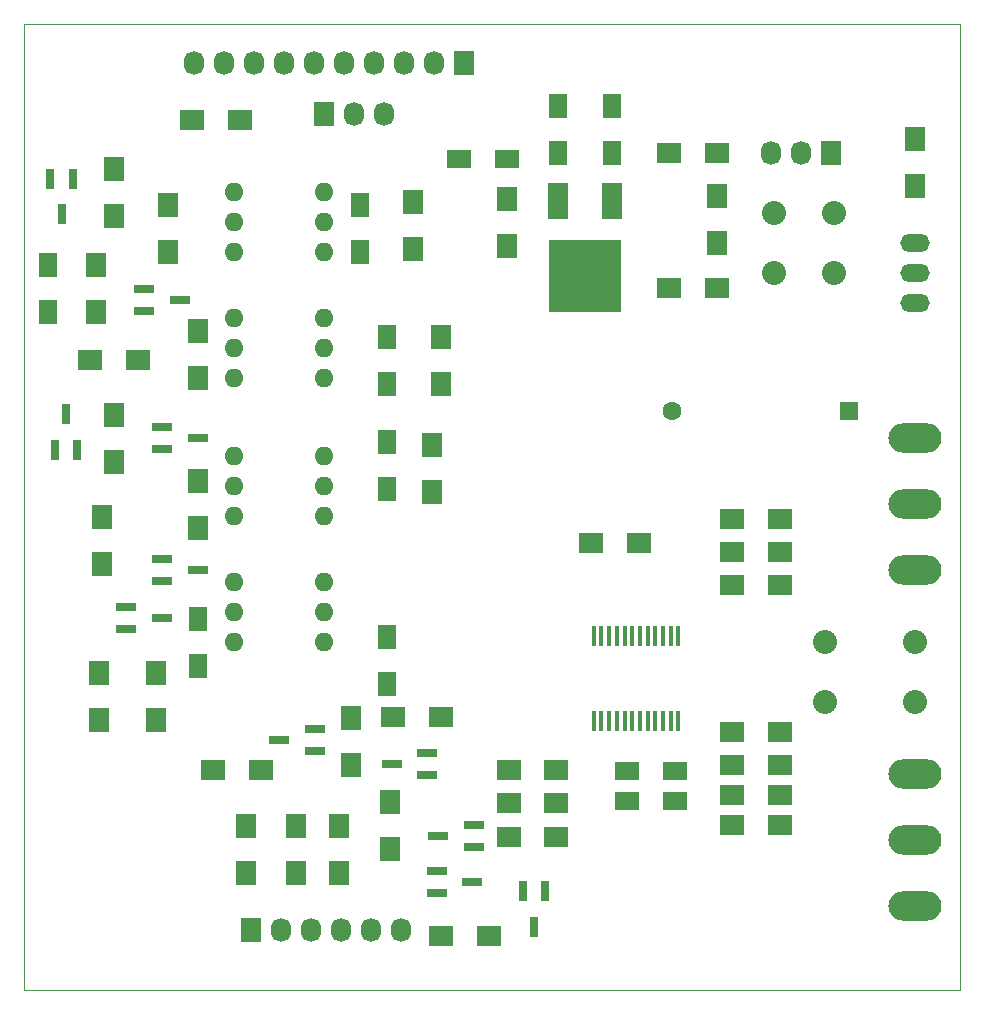
<source format=gbr>
G04 #@! TF.FileFunction,Soldermask,Top*
%FSLAX46Y46*%
G04 Gerber Fmt 4.6, Leading zero omitted, Abs format (unit mm)*
G04 Created by KiCad (PCBNEW (after 2015-mar-04 BZR unknown)-product) date 26/07/2015 13:07:27*
%MOMM*%
G01*
G04 APERTURE LIST*
%ADD10C,0.100000*%
%ADD11C,2.032000*%
%ADD12O,2.032000X2.032000*%
%ADD13R,0.800100X1.800860*%
%ADD14R,1.600000X2.000000*%
%ADD15R,2.000000X1.600000*%
%ADD16R,2.000000X1.700000*%
%ADD17R,1.700000X2.000000*%
%ADD18R,1.727200X2.032000*%
%ADD19O,1.727200X2.032000*%
%ADD20O,4.500880X2.499360*%
%ADD21O,2.499360X1.501140*%
%ADD22R,0.450000X1.750000*%
%ADD23O,1.600000X1.600000*%
%ADD24R,1.800860X0.800100*%
%ADD25R,1.651000X3.048000*%
%ADD26R,6.096000X6.096000*%
%ADD27R,1.600000X1.600000*%
%ADD28C,1.600000*%
G04 APERTURE END LIST*
D10*
X106172000Y-34036000D02*
X106172000Y-115824000D01*
X185420000Y-34036000D02*
X106172000Y-34036000D01*
X185420000Y-115824000D02*
X185420000Y-34036000D01*
X106172000Y-115824000D02*
X185420000Y-115824000D01*
D11*
X174752000Y-55118000D03*
X174752000Y-50038000D03*
D12*
X169672000Y-55118000D03*
X169672000Y-50038000D03*
D13*
X110297000Y-47139860D03*
X108397000Y-47139860D03*
X109347000Y-50142140D03*
D11*
X181610000Y-91440000D03*
D12*
X173990000Y-91440000D03*
D11*
X181610000Y-86360000D03*
D12*
X173990000Y-86360000D03*
D14*
X151384000Y-44926000D03*
X151384000Y-40926000D03*
X155956000Y-44926000D03*
X155956000Y-40926000D03*
D15*
X147034000Y-45466000D03*
X143034000Y-45466000D03*
D14*
X108204000Y-54388000D03*
X108204000Y-58388000D03*
D15*
X157258000Y-99822000D03*
X161258000Y-99822000D03*
X157258000Y-97282000D03*
X161258000Y-97282000D03*
D14*
X134620000Y-53308000D03*
X134620000Y-49308000D03*
X136906000Y-64484000D03*
X136906000Y-60484000D03*
X136906000Y-73374000D03*
X136906000Y-69374000D03*
X120904000Y-84360000D03*
X120904000Y-88360000D03*
D16*
X124428000Y-42164000D03*
X120428000Y-42164000D03*
D17*
X147066000Y-48800000D03*
X147066000Y-52800000D03*
D18*
X143383000Y-37338000D03*
D19*
X140843000Y-37338000D03*
X138303000Y-37338000D03*
X135763000Y-37338000D03*
X133223000Y-37338000D03*
X130683000Y-37338000D03*
X128143000Y-37338000D03*
X125603000Y-37338000D03*
X123063000Y-37338000D03*
X120523000Y-37338000D03*
D18*
X174498000Y-44958000D03*
D19*
X171958000Y-44958000D03*
X169418000Y-44958000D03*
D18*
X131572000Y-41656000D03*
D19*
X134112000Y-41656000D03*
X136652000Y-41656000D03*
D18*
X125349000Y-110744000D03*
D19*
X127889000Y-110744000D03*
X130429000Y-110744000D03*
X132969000Y-110744000D03*
X135509000Y-110744000D03*
X138049000Y-110744000D03*
D20*
X181610000Y-74676000D03*
X181610000Y-69088000D03*
X181610000Y-80264000D03*
X181610000Y-103124000D03*
X181610000Y-97536000D03*
X181610000Y-108712000D03*
D21*
X181610000Y-55118000D03*
X181610000Y-52578000D03*
X181610000Y-57658000D03*
D16*
X164814000Y-44958000D03*
X160814000Y-44958000D03*
X164814000Y-56388000D03*
X160814000Y-56388000D03*
X147225000Y-97155000D03*
X151225000Y-97155000D03*
D17*
X164846000Y-52546000D03*
X164846000Y-48546000D03*
D16*
X137446000Y-92710000D03*
X141446000Y-92710000D03*
D17*
X113792000Y-50260000D03*
X113792000Y-46260000D03*
D16*
X111792000Y-62484000D03*
X115792000Y-62484000D03*
D17*
X112776000Y-79724000D03*
X112776000Y-75724000D03*
X112268000Y-58388000D03*
X112268000Y-54388000D03*
X113792000Y-71088000D03*
X113792000Y-67088000D03*
X112522000Y-92932000D03*
X112522000Y-88932000D03*
D16*
X147225000Y-99949000D03*
X151225000Y-99949000D03*
D17*
X118364000Y-49308000D03*
X118364000Y-53308000D03*
X120904000Y-59976000D03*
X120904000Y-63976000D03*
X120904000Y-72676000D03*
X120904000Y-76676000D03*
X133858000Y-92742000D03*
X133858000Y-96742000D03*
D16*
X122206000Y-97155000D03*
X126206000Y-97155000D03*
D17*
X139065000Y-53054000D03*
X139065000Y-49054000D03*
X141478000Y-64484000D03*
X141478000Y-60484000D03*
X140716000Y-73628000D03*
X140716000Y-69628000D03*
X117348000Y-88932000D03*
X117348000Y-92932000D03*
D16*
X154210000Y-77978000D03*
X158210000Y-77978000D03*
X170148000Y-75946000D03*
X166148000Y-75946000D03*
X170148000Y-78740000D03*
X166148000Y-78740000D03*
X170148000Y-81534000D03*
X166148000Y-81534000D03*
X170148000Y-93980000D03*
X166148000Y-93980000D03*
X170148000Y-99314000D03*
X166148000Y-99314000D03*
X170148000Y-96774000D03*
X166148000Y-96774000D03*
X170148000Y-101854000D03*
X166148000Y-101854000D03*
X147225000Y-102870000D03*
X151225000Y-102870000D03*
D17*
X181610000Y-47720000D03*
X181610000Y-43720000D03*
X137160000Y-99854000D03*
X137160000Y-103854000D03*
D16*
X145510000Y-111252000D03*
X141510000Y-111252000D03*
D17*
X132842000Y-101886000D03*
X132842000Y-105886000D03*
D22*
X154413000Y-93008000D03*
X155063000Y-93008000D03*
X155713000Y-93008000D03*
X156363000Y-93008000D03*
X157013000Y-93008000D03*
X157663000Y-93008000D03*
X158313000Y-93008000D03*
X158963000Y-93008000D03*
X159613000Y-93008000D03*
X160263000Y-93008000D03*
X160913000Y-93008000D03*
X161563000Y-93008000D03*
X161563000Y-85808000D03*
X160913000Y-85808000D03*
X160263000Y-85808000D03*
X159613000Y-85808000D03*
X158963000Y-85808000D03*
X158313000Y-85808000D03*
X157663000Y-85808000D03*
X157013000Y-85808000D03*
X156363000Y-85808000D03*
X155713000Y-85808000D03*
X155063000Y-85808000D03*
X154413000Y-85808000D03*
D23*
X123952000Y-48260000D03*
X123952000Y-50800000D03*
X123952000Y-53340000D03*
X131572000Y-53340000D03*
X131572000Y-50800000D03*
X131572000Y-48260000D03*
X123952000Y-58928000D03*
X123952000Y-61468000D03*
X123952000Y-64008000D03*
X131572000Y-64008000D03*
X131572000Y-61468000D03*
X131572000Y-58928000D03*
X123952000Y-70612000D03*
X123952000Y-73152000D03*
X123952000Y-75692000D03*
X131572000Y-75692000D03*
X131572000Y-73152000D03*
X131572000Y-70612000D03*
X131572000Y-86360000D03*
X131572000Y-83820000D03*
X131572000Y-81280000D03*
X123952000Y-81280000D03*
X123952000Y-83820000D03*
X123952000Y-86360000D03*
D17*
X129159000Y-101886000D03*
X129159000Y-105886000D03*
X124968000Y-101886000D03*
X124968000Y-105886000D03*
D13*
X150302000Y-107464860D03*
X148402000Y-107464860D03*
X149352000Y-110467140D03*
D24*
X141119860Y-105730000D03*
X141119860Y-107630000D03*
X144122140Y-106680000D03*
X144249140Y-103693000D03*
X144249140Y-101793000D03*
X141246860Y-102743000D03*
X130787140Y-95565000D03*
X130787140Y-93665000D03*
X127784860Y-94615000D03*
X140312140Y-97597000D03*
X140312140Y-95697000D03*
X137309860Y-96647000D03*
X117878860Y-79314000D03*
X117878860Y-81214000D03*
X120881140Y-80264000D03*
X117878860Y-68138000D03*
X117878860Y-70038000D03*
X120881140Y-69088000D03*
X116354860Y-56454000D03*
X116354860Y-58354000D03*
X119357140Y-57404000D03*
X114830860Y-83378000D03*
X114830860Y-85278000D03*
X117833140Y-84328000D03*
D13*
X108778000Y-70081140D03*
X110678000Y-70081140D03*
X109728000Y-67078860D03*
D25*
X155956000Y-49022000D03*
D26*
X153670000Y-55372000D03*
D25*
X151384000Y-49022000D03*
D27*
X176022000Y-66802000D03*
D28*
X161022000Y-66802000D03*
D14*
X136906000Y-89884000D03*
X136906000Y-85884000D03*
M02*

</source>
